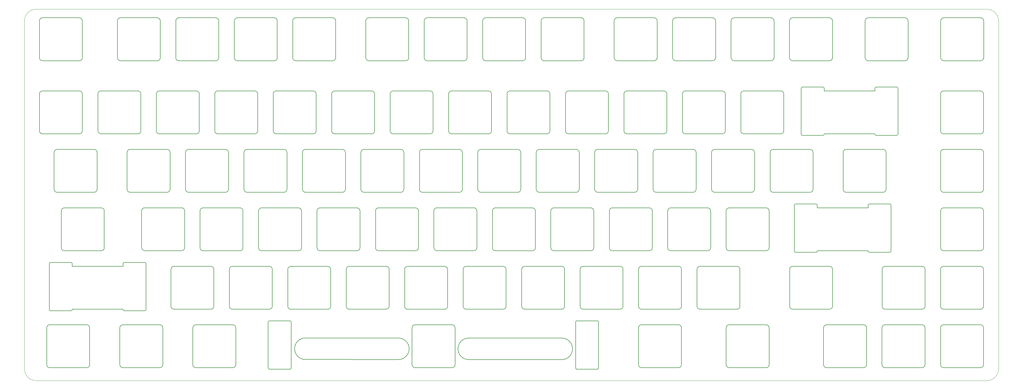
<source format=gbr>
%TF.GenerationSoftware,KiCad,Pcbnew,(5.1.10)-1*%
%TF.CreationDate,2021-06-02T05:44:33-04:00*%
%TF.ProjectId,pi75-plate,70693735-2d70-46c6-9174-652e6b696361,rev?*%
%TF.SameCoordinates,Original*%
%TF.FileFunction,Profile,NP*%
%FSLAX46Y46*%
G04 Gerber Fmt 4.6, Leading zero omitted, Abs format (unit mm)*
G04 Created by KiCad (PCBNEW (5.1.10)-1) date 2021-06-02 05:44:33*
%MOMM*%
%LPD*%
G01*
G04 APERTURE LIST*
%TA.AperFunction,Profile*%
%ADD10C,0.050000*%
%TD*%
%TA.AperFunction,Profile*%
%ADD11C,0.200000*%
%TD*%
G04 APERTURE END LIST*
D10*
X301625000Y-43218100D02*
X301625000Y-156629100D01*
X297815000Y-39408100D02*
X-12052300Y-39408100D01*
X-12052300Y-160439100D02*
G75*
G02*
X-15862300Y-156629100I0J3810000D01*
G01*
X297815000Y-39408100D02*
G75*
G02*
X301625000Y-43218100I0J-3810000D01*
G01*
X301625000Y-156629100D02*
G75*
G02*
X297815000Y-160439100I-3810000J0D01*
G01*
X-15862300Y-43218100D02*
G75*
G02*
X-12052300Y-39408100I3810000J0D01*
G01*
X-15862300Y-43218100D02*
X-15862300Y-156629100D01*
X297815000Y-160439100D02*
X-12052300Y-160439100D01*
D11*
X5405400Y-155227301D02*
G75*
G02*
X4405400Y-156227301I-1000000J0D01*
G01*
X-8594600Y-143227300D02*
G75*
G02*
X-7594600Y-142227300I1000000J0D01*
G01*
X-7594600Y-156227301D02*
G75*
G02*
X-8594600Y-155227301I0J1000000D01*
G01*
X-7594600Y-142227301D02*
X4405400Y-142227301D01*
X-8594600Y-143227300D02*
X-8594600Y-155227301D01*
X-7594600Y-156227300D02*
X4405400Y-156227300D01*
X4405400Y-142227300D02*
G75*
G02*
X5405400Y-143227300I0J-1000000D01*
G01*
X5405400Y-143227300D02*
X5405400Y-155227301D01*
X29230600Y-155227301D02*
G75*
G02*
X28230600Y-156227301I-1000000J0D01*
G01*
X15230600Y-143227300D02*
G75*
G02*
X16230600Y-142227300I1000000J0D01*
G01*
X16230600Y-156227301D02*
G75*
G02*
X15230600Y-155227301I0J1000000D01*
G01*
X16230600Y-142227301D02*
X28230600Y-142227301D01*
X15230600Y-143227300D02*
X15230600Y-155227301D01*
X16230600Y-156227300D02*
X28230600Y-156227300D01*
X28230600Y-142227300D02*
G75*
G02*
X29230600Y-143227300I0J-1000000D01*
G01*
X29230600Y-143227300D02*
X29230600Y-155227301D01*
X53030400Y-155227301D02*
G75*
G02*
X52030400Y-156227301I-1000000J0D01*
G01*
X39030400Y-143227300D02*
G75*
G02*
X40030400Y-142227300I1000000J0D01*
G01*
X40030400Y-156227301D02*
G75*
G02*
X39030400Y-155227301I0J1000000D01*
G01*
X40030400Y-142227301D02*
X52030400Y-142227301D01*
X39030400Y-143227300D02*
X39030400Y-155227301D01*
X40030400Y-156227300D02*
X52030400Y-156227300D01*
X52030400Y-142227300D02*
G75*
G02*
X53030400Y-143227300I0J-1000000D01*
G01*
X53030400Y-143227300D02*
X53030400Y-155227301D01*
X124480600Y-155227301D02*
G75*
G02*
X123480600Y-156227301I-1000000J0D01*
G01*
X110480600Y-143227300D02*
G75*
G02*
X111480600Y-142227300I1000000J0D01*
G01*
X111480600Y-156227301D02*
G75*
G02*
X110480600Y-155227301I0J1000000D01*
G01*
X111480600Y-142227301D02*
X123480600Y-142227301D01*
X110480600Y-143227300D02*
X110480600Y-155227301D01*
X111480600Y-156227300D02*
X123480600Y-156227300D01*
X123480600Y-142227300D02*
G75*
G02*
X124480600Y-143227300I0J-1000000D01*
G01*
X124480600Y-143227300D02*
X124480600Y-155227301D01*
X198267600Y-155227301D02*
G75*
G02*
X197267600Y-156227301I-1000000J0D01*
G01*
X184267600Y-143227300D02*
G75*
G02*
X185267600Y-142227300I1000000J0D01*
G01*
X185267600Y-156227301D02*
G75*
G02*
X184267600Y-155227301I0J1000000D01*
G01*
X185267600Y-142227301D02*
X197267600Y-142227301D01*
X184267600Y-143227300D02*
X184267600Y-155227301D01*
X185267600Y-156227300D02*
X197267600Y-156227300D01*
X197267600Y-142227300D02*
G75*
G02*
X198267600Y-143227300I0J-1000000D01*
G01*
X198267600Y-143227300D02*
X198267600Y-155227301D01*
X226842600Y-155227301D02*
G75*
G02*
X225842600Y-156227301I-1000000J0D01*
G01*
X212842600Y-143227300D02*
G75*
G02*
X213842600Y-142227300I1000000J0D01*
G01*
X213842600Y-156227301D02*
G75*
G02*
X212842600Y-155227301I0J1000000D01*
G01*
X213842600Y-142227301D02*
X225842600Y-142227301D01*
X212842600Y-143227300D02*
X212842600Y-155227301D01*
X213842600Y-156227300D02*
X225842600Y-156227300D01*
X225842600Y-142227300D02*
G75*
G02*
X226842600Y-143227300I0J-1000000D01*
G01*
X226842600Y-143227300D02*
X226842600Y-155227301D01*
X258592600Y-155227301D02*
G75*
G02*
X257592600Y-156227301I-1000000J0D01*
G01*
X244592600Y-143227300D02*
G75*
G02*
X245592600Y-142227300I1000000J0D01*
G01*
X245592600Y-156227301D02*
G75*
G02*
X244592600Y-155227301I0J1000000D01*
G01*
X245592600Y-142227301D02*
X257592600Y-142227301D01*
X244592600Y-143227300D02*
X244592600Y-155227301D01*
X245592600Y-156227300D02*
X257592600Y-156227300D01*
X257592600Y-142227300D02*
G75*
G02*
X258592600Y-143227300I0J-1000000D01*
G01*
X258592600Y-143227300D02*
X258592600Y-155227301D01*
X277642600Y-155227301D02*
G75*
G02*
X276642600Y-156227301I-1000000J0D01*
G01*
X263642600Y-143227300D02*
G75*
G02*
X264642600Y-142227300I1000000J0D01*
G01*
X264642600Y-156227301D02*
G75*
G02*
X263642600Y-155227301I0J1000000D01*
G01*
X264642600Y-142227301D02*
X276642600Y-142227301D01*
X263642600Y-143227300D02*
X263642600Y-155227301D01*
X264642600Y-156227300D02*
X276642600Y-156227300D01*
X276642600Y-142227300D02*
G75*
G02*
X277642600Y-143227300I0J-1000000D01*
G01*
X277642600Y-143227300D02*
X277642600Y-155227301D01*
X296718000Y-155227301D02*
G75*
G02*
X295718000Y-156227301I-1000000J0D01*
G01*
X282718000Y-143227300D02*
G75*
G02*
X283718000Y-142227300I1000000J0D01*
G01*
X283718000Y-156227301D02*
G75*
G02*
X282718000Y-155227301I0J1000000D01*
G01*
X283718000Y-142227301D02*
X295718000Y-142227301D01*
X282718000Y-143227300D02*
X282718000Y-155227301D01*
X283718000Y-156227300D02*
X295718000Y-156227300D01*
X295718000Y-142227300D02*
G75*
G02*
X296718000Y-143227300I0J-1000000D01*
G01*
X296718000Y-143227300D02*
X296718000Y-155227301D01*
X296718000Y-136177301D02*
G75*
G02*
X295718000Y-137177301I-1000000J0D01*
G01*
X282718000Y-124177300D02*
G75*
G02*
X283718000Y-123177300I1000000J0D01*
G01*
X283718000Y-137177301D02*
G75*
G02*
X282718000Y-136177301I0J1000000D01*
G01*
X283718000Y-123177301D02*
X295718000Y-123177301D01*
X282718000Y-124177300D02*
X282718000Y-136177301D01*
X283718000Y-137177300D02*
X295718000Y-137177300D01*
X295718000Y-123177300D02*
G75*
G02*
X296718000Y-124177300I0J-1000000D01*
G01*
X296718000Y-124177300D02*
X296718000Y-136177301D01*
X277668000Y-136177301D02*
G75*
G02*
X276668000Y-137177301I-1000000J0D01*
G01*
X263668000Y-124177300D02*
G75*
G02*
X264668000Y-123177300I1000000J0D01*
G01*
X264668000Y-137177301D02*
G75*
G02*
X263668000Y-136177301I0J1000000D01*
G01*
X264668000Y-123177301D02*
X276668000Y-123177301D01*
X263668000Y-124177300D02*
X263668000Y-136177301D01*
X264668000Y-137177300D02*
X276668000Y-137177300D01*
X276668000Y-123177300D02*
G75*
G02*
X277668000Y-124177300I0J-1000000D01*
G01*
X277668000Y-124177300D02*
X277668000Y-136177301D01*
X247518200Y-136177301D02*
G75*
G02*
X246518200Y-137177301I-1000000J0D01*
G01*
X233518200Y-124177300D02*
G75*
G02*
X234518200Y-123177300I1000000J0D01*
G01*
X234518200Y-137177301D02*
G75*
G02*
X233518200Y-136177301I0J1000000D01*
G01*
X234518200Y-123177301D02*
X246518200Y-123177301D01*
X233518200Y-124177300D02*
X233518200Y-136177301D01*
X234518200Y-137177300D02*
X246518200Y-137177300D01*
X246518200Y-123177300D02*
G75*
G02*
X247518200Y-124177300I0J-1000000D01*
G01*
X247518200Y-124177300D02*
X247518200Y-136177301D01*
X217343000Y-136177301D02*
G75*
G02*
X216343000Y-137177301I-1000000J0D01*
G01*
X203343000Y-124177300D02*
G75*
G02*
X204343000Y-123177300I1000000J0D01*
G01*
X204343000Y-137177301D02*
G75*
G02*
X203343000Y-136177301I0J1000000D01*
G01*
X204343000Y-123177301D02*
X216343000Y-123177301D01*
X203343000Y-124177300D02*
X203343000Y-136177301D01*
X204343000Y-137177300D02*
X216343000Y-137177300D01*
X216343000Y-123177300D02*
G75*
G02*
X217343000Y-124177300I0J-1000000D01*
G01*
X217343000Y-124177300D02*
X217343000Y-136177301D01*
X198293000Y-136177301D02*
G75*
G02*
X197293000Y-137177301I-1000000J0D01*
G01*
X184293000Y-124177300D02*
G75*
G02*
X185293000Y-123177300I1000000J0D01*
G01*
X185293000Y-137177301D02*
G75*
G02*
X184293000Y-136177301I0J1000000D01*
G01*
X185293000Y-123177301D02*
X197293000Y-123177301D01*
X184293000Y-124177300D02*
X184293000Y-136177301D01*
X185293000Y-137177300D02*
X197293000Y-137177300D01*
X197293000Y-123177300D02*
G75*
G02*
X198293000Y-124177300I0J-1000000D01*
G01*
X198293000Y-124177300D02*
X198293000Y-136177301D01*
X179243000Y-136177301D02*
G75*
G02*
X178243000Y-137177301I-1000000J0D01*
G01*
X165243000Y-124177300D02*
G75*
G02*
X166243000Y-123177300I1000000J0D01*
G01*
X166243000Y-137177301D02*
G75*
G02*
X165243000Y-136177301I0J1000000D01*
G01*
X166243000Y-123177301D02*
X178243000Y-123177301D01*
X165243000Y-124177300D02*
X165243000Y-136177301D01*
X166243000Y-137177300D02*
X178243000Y-137177300D01*
X178243000Y-123177300D02*
G75*
G02*
X179243000Y-124177300I0J-1000000D01*
G01*
X179243000Y-124177300D02*
X179243000Y-136177301D01*
X160193000Y-136177301D02*
G75*
G02*
X159193000Y-137177301I-1000000J0D01*
G01*
X146193000Y-124177300D02*
G75*
G02*
X147193000Y-123177300I1000000J0D01*
G01*
X147193000Y-137177301D02*
G75*
G02*
X146193000Y-136177301I0J1000000D01*
G01*
X147193000Y-123177301D02*
X159193000Y-123177301D01*
X146193000Y-124177300D02*
X146193000Y-136177301D01*
X147193000Y-137177300D02*
X159193000Y-137177300D01*
X159193000Y-123177300D02*
G75*
G02*
X160193000Y-124177300I0J-1000000D01*
G01*
X160193000Y-124177300D02*
X160193000Y-136177301D01*
X141117600Y-136177301D02*
G75*
G02*
X140117600Y-137177301I-1000000J0D01*
G01*
X127117600Y-124177300D02*
G75*
G02*
X128117600Y-123177300I1000000J0D01*
G01*
X128117600Y-137177301D02*
G75*
G02*
X127117600Y-136177301I0J1000000D01*
G01*
X128117600Y-123177301D02*
X140117600Y-123177301D01*
X127117600Y-124177300D02*
X127117600Y-136177301D01*
X128117600Y-137177300D02*
X140117600Y-137177300D01*
X140117600Y-123177300D02*
G75*
G02*
X141117600Y-124177300I0J-1000000D01*
G01*
X141117600Y-124177300D02*
X141117600Y-136177301D01*
X103017600Y-136177301D02*
G75*
G02*
X102017600Y-137177301I-1000000J0D01*
G01*
X89017600Y-124177300D02*
G75*
G02*
X90017600Y-123177300I1000000J0D01*
G01*
X90017600Y-137177301D02*
G75*
G02*
X89017600Y-136177301I0J1000000D01*
G01*
X90017600Y-123177301D02*
X102017600Y-123177301D01*
X89017600Y-124177300D02*
X89017600Y-136177301D01*
X90017600Y-137177300D02*
X102017600Y-137177300D01*
X102017600Y-123177300D02*
G75*
G02*
X103017600Y-124177300I0J-1000000D01*
G01*
X103017600Y-124177300D02*
X103017600Y-136177301D01*
X83967600Y-136202701D02*
G75*
G02*
X82967600Y-137202701I-1000000J0D01*
G01*
X69967600Y-124202700D02*
G75*
G02*
X70967600Y-123202700I1000000J0D01*
G01*
X70967600Y-137202701D02*
G75*
G02*
X69967600Y-136202701I0J1000000D01*
G01*
X70967600Y-123202701D02*
X82967600Y-123202701D01*
X69967600Y-124202700D02*
X69967600Y-136202701D01*
X70967600Y-137202700D02*
X82967600Y-137202700D01*
X82967600Y-123202700D02*
G75*
G02*
X83967600Y-124202700I0J-1000000D01*
G01*
X83967600Y-124202700D02*
X83967600Y-136202701D01*
X64917600Y-136177301D02*
G75*
G02*
X63917600Y-137177301I-1000000J0D01*
G01*
X50917600Y-124177300D02*
G75*
G02*
X51917600Y-123177300I1000000J0D01*
G01*
X51917600Y-137177301D02*
G75*
G02*
X50917600Y-136177301I0J1000000D01*
G01*
X51917600Y-123177301D02*
X63917600Y-123177301D01*
X50917600Y-124177300D02*
X50917600Y-136177301D01*
X51917600Y-137177300D02*
X63917600Y-137177300D01*
X63917600Y-123177300D02*
G75*
G02*
X64917600Y-124177300I0J-1000000D01*
G01*
X64917600Y-124177300D02*
X64917600Y-136177301D01*
X45893000Y-136177301D02*
G75*
G02*
X44893000Y-137177301I-1000000J0D01*
G01*
X31893000Y-124177300D02*
G75*
G02*
X32893000Y-123177300I1000000J0D01*
G01*
X32893000Y-137177301D02*
G75*
G02*
X31893000Y-136177301I0J1000000D01*
G01*
X32893000Y-123177301D02*
X44893000Y-123177301D01*
X31893000Y-124177300D02*
X31893000Y-136177301D01*
X32893000Y-137177300D02*
X44893000Y-137177300D01*
X44893000Y-123177300D02*
G75*
G02*
X45893000Y-124177300I0J-1000000D01*
G01*
X45893000Y-124177300D02*
X45893000Y-136177301D01*
X10155200Y-117127301D02*
G75*
G02*
X9155200Y-118127301I-1000000J0D01*
G01*
X-3844800Y-105127300D02*
G75*
G02*
X-2844800Y-104127300I1000000J0D01*
G01*
X-2844800Y-118127301D02*
G75*
G02*
X-3844800Y-117127301I0J1000000D01*
G01*
X-2844800Y-104127301D02*
X9155200Y-104127301D01*
X-3844800Y-105127300D02*
X-3844800Y-117127301D01*
X-2844800Y-118127300D02*
X9155200Y-118127300D01*
X9155200Y-104127300D02*
G75*
G02*
X10155200Y-105127300I0J-1000000D01*
G01*
X10155200Y-105127300D02*
X10155200Y-117127301D01*
X36342600Y-117101901D02*
G75*
G02*
X35342600Y-118101901I-1000000J0D01*
G01*
X22342600Y-105101900D02*
G75*
G02*
X23342600Y-104101900I1000000J0D01*
G01*
X23342600Y-118101901D02*
G75*
G02*
X22342600Y-117101901I0J1000000D01*
G01*
X23342600Y-104101901D02*
X35342600Y-104101901D01*
X22342600Y-105101900D02*
X22342600Y-117101901D01*
X23342600Y-118101900D02*
X35342600Y-118101900D01*
X35342600Y-104101900D02*
G75*
G02*
X36342600Y-105101900I0J-1000000D01*
G01*
X36342600Y-105101900D02*
X36342600Y-117101901D01*
X55367200Y-117127301D02*
G75*
G02*
X54367200Y-118127301I-1000000J0D01*
G01*
X41367200Y-105127300D02*
G75*
G02*
X42367200Y-104127300I1000000J0D01*
G01*
X42367200Y-118127301D02*
G75*
G02*
X41367200Y-117127301I0J1000000D01*
G01*
X42367200Y-104127301D02*
X54367200Y-104127301D01*
X41367200Y-105127300D02*
X41367200Y-117127301D01*
X42367200Y-118127300D02*
X54367200Y-118127300D01*
X54367200Y-104127300D02*
G75*
G02*
X55367200Y-105127300I0J-1000000D01*
G01*
X55367200Y-105127300D02*
X55367200Y-117127301D01*
X74442600Y-117127301D02*
G75*
G02*
X73442600Y-118127301I-1000000J0D01*
G01*
X60442600Y-105127300D02*
G75*
G02*
X61442600Y-104127300I1000000J0D01*
G01*
X61442600Y-118127301D02*
G75*
G02*
X60442600Y-117127301I0J1000000D01*
G01*
X61442600Y-104127301D02*
X73442600Y-104127301D01*
X60442600Y-105127300D02*
X60442600Y-117127301D01*
X61442600Y-118127300D02*
X73442600Y-118127300D01*
X73442600Y-104127300D02*
G75*
G02*
X74442600Y-105127300I0J-1000000D01*
G01*
X74442600Y-105127300D02*
X74442600Y-117127301D01*
X93492600Y-117127301D02*
G75*
G02*
X92492600Y-118127301I-1000000J0D01*
G01*
X79492600Y-105127300D02*
G75*
G02*
X80492600Y-104127300I1000000J0D01*
G01*
X80492600Y-118127301D02*
G75*
G02*
X79492600Y-117127301I0J1000000D01*
G01*
X80492600Y-104127301D02*
X92492600Y-104127301D01*
X79492600Y-105127300D02*
X79492600Y-117127301D01*
X80492600Y-118127300D02*
X92492600Y-118127300D01*
X92492600Y-104127300D02*
G75*
G02*
X93492600Y-105127300I0J-1000000D01*
G01*
X93492600Y-105127300D02*
X93492600Y-117127301D01*
X112568000Y-117127301D02*
G75*
G02*
X111568000Y-118127301I-1000000J0D01*
G01*
X98568000Y-105127300D02*
G75*
G02*
X99568000Y-104127300I1000000J0D01*
G01*
X99568000Y-118127301D02*
G75*
G02*
X98568000Y-117127301I0J1000000D01*
G01*
X99568000Y-104127301D02*
X111568000Y-104127301D01*
X98568000Y-105127300D02*
X98568000Y-117127301D01*
X99568000Y-118127300D02*
X111568000Y-118127300D01*
X111568000Y-104127300D02*
G75*
G02*
X112568000Y-105127300I0J-1000000D01*
G01*
X112568000Y-105127300D02*
X112568000Y-117127301D01*
X131592600Y-117101901D02*
G75*
G02*
X130592600Y-118101901I-1000000J0D01*
G01*
X117592600Y-105101900D02*
G75*
G02*
X118592600Y-104101900I1000000J0D01*
G01*
X118592600Y-118101901D02*
G75*
G02*
X117592600Y-117101901I0J1000000D01*
G01*
X118592600Y-104101901D02*
X130592600Y-104101901D01*
X117592600Y-105101900D02*
X117592600Y-117101901D01*
X118592600Y-118101900D02*
X130592600Y-118101900D01*
X130592600Y-104101900D02*
G75*
G02*
X131592600Y-105101900I0J-1000000D01*
G01*
X131592600Y-105101900D02*
X131592600Y-117101901D01*
X150668000Y-117127301D02*
G75*
G02*
X149668000Y-118127301I-1000000J0D01*
G01*
X136668000Y-105127300D02*
G75*
G02*
X137668000Y-104127300I1000000J0D01*
G01*
X137668000Y-118127301D02*
G75*
G02*
X136668000Y-117127301I0J1000000D01*
G01*
X137668000Y-104127301D02*
X149668000Y-104127301D01*
X136668000Y-105127300D02*
X136668000Y-117127301D01*
X137668000Y-118127300D02*
X149668000Y-118127300D01*
X149668000Y-104127300D02*
G75*
G02*
X150668000Y-105127300I0J-1000000D01*
G01*
X150668000Y-105127300D02*
X150668000Y-117127301D01*
X169692600Y-117127301D02*
G75*
G02*
X168692600Y-118127301I-1000000J0D01*
G01*
X155692600Y-105127300D02*
G75*
G02*
X156692600Y-104127300I1000000J0D01*
G01*
X156692600Y-118127301D02*
G75*
G02*
X155692600Y-117127301I0J1000000D01*
G01*
X156692600Y-104127301D02*
X168692600Y-104127301D01*
X155692600Y-105127300D02*
X155692600Y-117127301D01*
X156692600Y-118127300D02*
X168692600Y-118127300D01*
X168692600Y-104127300D02*
G75*
G02*
X169692600Y-105127300I0J-1000000D01*
G01*
X169692600Y-105127300D02*
X169692600Y-117127301D01*
X188768000Y-117127301D02*
G75*
G02*
X187768000Y-118127301I-1000000J0D01*
G01*
X174768000Y-105127300D02*
G75*
G02*
X175768000Y-104127300I1000000J0D01*
G01*
X175768000Y-118127301D02*
G75*
G02*
X174768000Y-117127301I0J1000000D01*
G01*
X175768000Y-104127301D02*
X187768000Y-104127301D01*
X174768000Y-105127300D02*
X174768000Y-117127301D01*
X175768000Y-118127300D02*
X187768000Y-118127300D01*
X187768000Y-104127300D02*
G75*
G02*
X188768000Y-105127300I0J-1000000D01*
G01*
X188768000Y-105127300D02*
X188768000Y-117127301D01*
X207792600Y-117127301D02*
G75*
G02*
X206792600Y-118127301I-1000000J0D01*
G01*
X193792600Y-105127300D02*
G75*
G02*
X194792600Y-104127300I1000000J0D01*
G01*
X194792600Y-118127301D02*
G75*
G02*
X193792600Y-117127301I0J1000000D01*
G01*
X194792600Y-104127301D02*
X206792600Y-104127301D01*
X193792600Y-105127300D02*
X193792600Y-117127301D01*
X194792600Y-118127300D02*
X206792600Y-118127300D01*
X206792600Y-104127300D02*
G75*
G02*
X207792600Y-105127300I0J-1000000D01*
G01*
X207792600Y-105127300D02*
X207792600Y-117127301D01*
X226842600Y-117127301D02*
G75*
G02*
X225842600Y-118127301I-1000000J0D01*
G01*
X212842600Y-105127300D02*
G75*
G02*
X213842600Y-104127300I1000000J0D01*
G01*
X213842600Y-118127301D02*
G75*
G02*
X212842600Y-117127301I0J1000000D01*
G01*
X213842600Y-104127301D02*
X225842600Y-104127301D01*
X212842600Y-105127300D02*
X212842600Y-117127301D01*
X213842600Y-118127300D02*
X225842600Y-118127300D01*
X225842600Y-104127300D02*
G75*
G02*
X226842600Y-105127300I0J-1000000D01*
G01*
X226842600Y-105127300D02*
X226842600Y-117127301D01*
X296743400Y-117127301D02*
G75*
G02*
X295743400Y-118127301I-1000000J0D01*
G01*
X282743400Y-105127300D02*
G75*
G02*
X283743400Y-104127300I1000000J0D01*
G01*
X283743400Y-118127301D02*
G75*
G02*
X282743400Y-117127301I0J1000000D01*
G01*
X283743400Y-104127301D02*
X295743400Y-104127301D01*
X282743400Y-105127300D02*
X282743400Y-117127301D01*
X283743400Y-118127300D02*
X295743400Y-118127300D01*
X295743400Y-104127300D02*
G75*
G02*
X296743400Y-105127300I0J-1000000D01*
G01*
X296743400Y-105127300D02*
X296743400Y-117127301D01*
X296718000Y-98077301D02*
G75*
G02*
X295718000Y-99077301I-1000000J0D01*
G01*
X282718000Y-86077300D02*
G75*
G02*
X283718000Y-85077300I1000000J0D01*
G01*
X283718000Y-99077301D02*
G75*
G02*
X282718000Y-98077301I0J1000000D01*
G01*
X283718000Y-85077301D02*
X295718000Y-85077301D01*
X282718000Y-86077300D02*
X282718000Y-98077301D01*
X283718000Y-99077300D02*
X295718000Y-99077300D01*
X295718000Y-85077300D02*
G75*
G02*
X296718000Y-86077300I0J-1000000D01*
G01*
X296718000Y-86077300D02*
X296718000Y-98077301D01*
X264968000Y-98077301D02*
G75*
G02*
X263968000Y-99077301I-1000000J0D01*
G01*
X250968000Y-86077300D02*
G75*
G02*
X251968000Y-85077300I1000000J0D01*
G01*
X251968000Y-99077301D02*
G75*
G02*
X250968000Y-98077301I0J1000000D01*
G01*
X251968000Y-85077301D02*
X263968000Y-85077301D01*
X250968000Y-86077300D02*
X250968000Y-98077301D01*
X251968000Y-99077300D02*
X263968000Y-99077300D01*
X263968000Y-85077300D02*
G75*
G02*
X264968000Y-86077300I0J-1000000D01*
G01*
X264968000Y-86077300D02*
X264968000Y-98077301D01*
X241168200Y-98077301D02*
G75*
G02*
X240168200Y-99077301I-1000000J0D01*
G01*
X227168200Y-86077300D02*
G75*
G02*
X228168200Y-85077300I1000000J0D01*
G01*
X228168200Y-99077301D02*
G75*
G02*
X227168200Y-98077301I0J1000000D01*
G01*
X228168200Y-85077301D02*
X240168200Y-85077301D01*
X227168200Y-86077300D02*
X227168200Y-98077301D01*
X228168200Y-99077300D02*
X240168200Y-99077300D01*
X240168200Y-85077300D02*
G75*
G02*
X241168200Y-86077300I0J-1000000D01*
G01*
X241168200Y-86077300D02*
X241168200Y-98077301D01*
X222092800Y-98077301D02*
G75*
G02*
X221092800Y-99077301I-1000000J0D01*
G01*
X208092800Y-86077300D02*
G75*
G02*
X209092800Y-85077300I1000000J0D01*
G01*
X209092800Y-99077301D02*
G75*
G02*
X208092800Y-98077301I0J1000000D01*
G01*
X209092800Y-85077301D02*
X221092800Y-85077301D01*
X208092800Y-86077300D02*
X208092800Y-98077301D01*
X209092800Y-99077300D02*
X221092800Y-99077300D01*
X221092800Y-85077300D02*
G75*
G02*
X222092800Y-86077300I0J-1000000D01*
G01*
X222092800Y-86077300D02*
X222092800Y-98077301D01*
X203042800Y-98077301D02*
G75*
G02*
X202042800Y-99077301I-1000000J0D01*
G01*
X189042800Y-86077300D02*
G75*
G02*
X190042800Y-85077300I1000000J0D01*
G01*
X190042800Y-99077301D02*
G75*
G02*
X189042800Y-98077301I0J1000000D01*
G01*
X190042800Y-85077301D02*
X202042800Y-85077301D01*
X189042800Y-86077300D02*
X189042800Y-98077301D01*
X190042800Y-99077300D02*
X202042800Y-99077300D01*
X202042800Y-85077300D02*
G75*
G02*
X203042800Y-86077300I0J-1000000D01*
G01*
X203042800Y-86077300D02*
X203042800Y-98077301D01*
X183992800Y-98077301D02*
G75*
G02*
X182992800Y-99077301I-1000000J0D01*
G01*
X169992800Y-86077300D02*
G75*
G02*
X170992800Y-85077300I1000000J0D01*
G01*
X170992800Y-99077301D02*
G75*
G02*
X169992800Y-98077301I0J1000000D01*
G01*
X170992800Y-85077301D02*
X182992800Y-85077301D01*
X169992800Y-86077300D02*
X169992800Y-98077301D01*
X170992800Y-99077300D02*
X182992800Y-99077300D01*
X182992800Y-85077300D02*
G75*
G02*
X183992800Y-86077300I0J-1000000D01*
G01*
X183992800Y-86077300D02*
X183992800Y-98077301D01*
X164942800Y-98077301D02*
G75*
G02*
X163942800Y-99077301I-1000000J0D01*
G01*
X150942800Y-86077300D02*
G75*
G02*
X151942800Y-85077300I1000000J0D01*
G01*
X151942800Y-99077301D02*
G75*
G02*
X150942800Y-98077301I0J1000000D01*
G01*
X151942800Y-85077301D02*
X163942800Y-85077301D01*
X150942800Y-86077300D02*
X150942800Y-98077301D01*
X151942800Y-99077300D02*
X163942800Y-99077300D01*
X163942800Y-85077300D02*
G75*
G02*
X164942800Y-86077300I0J-1000000D01*
G01*
X164942800Y-86077300D02*
X164942800Y-98077301D01*
X145892800Y-98077301D02*
G75*
G02*
X144892800Y-99077301I-1000000J0D01*
G01*
X131892800Y-86077300D02*
G75*
G02*
X132892800Y-85077300I1000000J0D01*
G01*
X132892800Y-99077301D02*
G75*
G02*
X131892800Y-98077301I0J1000000D01*
G01*
X132892800Y-85077301D02*
X144892800Y-85077301D01*
X131892800Y-86077300D02*
X131892800Y-98077301D01*
X132892800Y-99077300D02*
X144892800Y-99077300D01*
X144892800Y-85077300D02*
G75*
G02*
X145892800Y-86077300I0J-1000000D01*
G01*
X145892800Y-86077300D02*
X145892800Y-98077301D01*
X126868200Y-98077301D02*
G75*
G02*
X125868200Y-99077301I-1000000J0D01*
G01*
X112868200Y-86077300D02*
G75*
G02*
X113868200Y-85077300I1000000J0D01*
G01*
X113868200Y-99077301D02*
G75*
G02*
X112868200Y-98077301I0J1000000D01*
G01*
X113868200Y-85077301D02*
X125868200Y-85077301D01*
X112868200Y-86077300D02*
X112868200Y-98077301D01*
X113868200Y-99077300D02*
X125868200Y-99077300D01*
X125868200Y-85077300D02*
G75*
G02*
X126868200Y-86077300I0J-1000000D01*
G01*
X126868200Y-86077300D02*
X126868200Y-98077301D01*
X107792800Y-98077301D02*
G75*
G02*
X106792800Y-99077301I-1000000J0D01*
G01*
X93792800Y-86077300D02*
G75*
G02*
X94792800Y-85077300I1000000J0D01*
G01*
X94792800Y-99077301D02*
G75*
G02*
X93792800Y-98077301I0J1000000D01*
G01*
X94792800Y-85077301D02*
X106792800Y-85077301D01*
X93792800Y-86077300D02*
X93792800Y-98077301D01*
X94792800Y-99077300D02*
X106792800Y-99077300D01*
X106792800Y-85077300D02*
G75*
G02*
X107792800Y-86077300I0J-1000000D01*
G01*
X107792800Y-86077300D02*
X107792800Y-98077301D01*
X88742800Y-98077301D02*
G75*
G02*
X87742800Y-99077301I-1000000J0D01*
G01*
X74742800Y-86077300D02*
G75*
G02*
X75742800Y-85077300I1000000J0D01*
G01*
X75742800Y-99077301D02*
G75*
G02*
X74742800Y-98077301I0J1000000D01*
G01*
X75742800Y-85077301D02*
X87742800Y-85077301D01*
X74742800Y-86077300D02*
X74742800Y-98077301D01*
X75742800Y-99077300D02*
X87742800Y-99077300D01*
X87742800Y-85077300D02*
G75*
G02*
X88742800Y-86077300I0J-1000000D01*
G01*
X88742800Y-86077300D02*
X88742800Y-98077301D01*
X69692800Y-98077301D02*
G75*
G02*
X68692800Y-99077301I-1000000J0D01*
G01*
X55692800Y-86077300D02*
G75*
G02*
X56692800Y-85077300I1000000J0D01*
G01*
X56692800Y-99077301D02*
G75*
G02*
X55692800Y-98077301I0J1000000D01*
G01*
X56692800Y-85077301D02*
X68692800Y-85077301D01*
X55692800Y-86077300D02*
X55692800Y-98077301D01*
X56692800Y-99077300D02*
X68692800Y-99077300D01*
X68692800Y-85077300D02*
G75*
G02*
X69692800Y-86077300I0J-1000000D01*
G01*
X69692800Y-86077300D02*
X69692800Y-98077301D01*
X50642800Y-98077301D02*
G75*
G02*
X49642800Y-99077301I-1000000J0D01*
G01*
X36642800Y-86077300D02*
G75*
G02*
X37642800Y-85077300I1000000J0D01*
G01*
X37642800Y-99077301D02*
G75*
G02*
X36642800Y-98077301I0J1000000D01*
G01*
X37642800Y-85077301D02*
X49642800Y-85077301D01*
X36642800Y-86077300D02*
X36642800Y-98077301D01*
X37642800Y-99077300D02*
X49642800Y-99077300D01*
X49642800Y-85077300D02*
G75*
G02*
X50642800Y-86077300I0J-1000000D01*
G01*
X50642800Y-86077300D02*
X50642800Y-98077301D01*
X31592800Y-98077301D02*
G75*
G02*
X30592800Y-99077301I-1000000J0D01*
G01*
X17592800Y-86077300D02*
G75*
G02*
X18592800Y-85077300I1000000J0D01*
G01*
X18592800Y-99077301D02*
G75*
G02*
X17592800Y-98077301I0J1000000D01*
G01*
X18592800Y-85077301D02*
X30592800Y-85077301D01*
X17592800Y-86077300D02*
X17592800Y-98077301D01*
X18592800Y-99077300D02*
X30592800Y-99077300D01*
X30592800Y-85077300D02*
G75*
G02*
X31592800Y-86077300I0J-1000000D01*
G01*
X31592800Y-86077300D02*
X31592800Y-98077301D01*
X7818400Y-98077301D02*
G75*
G02*
X6818400Y-99077301I-1000000J0D01*
G01*
X-6181600Y-86077300D02*
G75*
G02*
X-5181600Y-85077300I1000000J0D01*
G01*
X-5181600Y-99077301D02*
G75*
G02*
X-6181600Y-98077301I0J1000000D01*
G01*
X-5181600Y-85077301D02*
X6818400Y-85077301D01*
X-6181600Y-86077300D02*
X-6181600Y-98077301D01*
X-5181600Y-99077300D02*
X6818400Y-99077300D01*
X6818400Y-85077300D02*
G75*
G02*
X7818400Y-86077300I0J-1000000D01*
G01*
X7818400Y-86077300D02*
X7818400Y-98077301D01*
X3017800Y-79027301D02*
G75*
G02*
X2017800Y-80027301I-1000000J0D01*
G01*
X-10982200Y-67027300D02*
G75*
G02*
X-9982200Y-66027300I1000000J0D01*
G01*
X-9982200Y-80027301D02*
G75*
G02*
X-10982200Y-79027301I0J1000000D01*
G01*
X-9982200Y-66027301D02*
X2017800Y-66027301D01*
X-10982200Y-67027300D02*
X-10982200Y-79027301D01*
X-9982200Y-80027300D02*
X2017800Y-80027300D01*
X2017800Y-66027300D02*
G75*
G02*
X3017800Y-67027300I0J-1000000D01*
G01*
X3017800Y-67027300D02*
X3017800Y-79027301D01*
X22093200Y-79027301D02*
G75*
G02*
X21093200Y-80027301I-1000000J0D01*
G01*
X8093200Y-67027300D02*
G75*
G02*
X9093200Y-66027300I1000000J0D01*
G01*
X9093200Y-80027301D02*
G75*
G02*
X8093200Y-79027301I0J1000000D01*
G01*
X9093200Y-66027301D02*
X21093200Y-66027301D01*
X8093200Y-67027300D02*
X8093200Y-79027301D01*
X9093200Y-80027300D02*
X21093200Y-80027300D01*
X21093200Y-66027300D02*
G75*
G02*
X22093200Y-67027300I0J-1000000D01*
G01*
X22093200Y-67027300D02*
X22093200Y-79027301D01*
X41143200Y-79027301D02*
G75*
G02*
X40143200Y-80027301I-1000000J0D01*
G01*
X27143200Y-67027300D02*
G75*
G02*
X28143200Y-66027300I1000000J0D01*
G01*
X28143200Y-80027301D02*
G75*
G02*
X27143200Y-79027301I0J1000000D01*
G01*
X28143200Y-66027301D02*
X40143200Y-66027301D01*
X27143200Y-67027300D02*
X27143200Y-79027301D01*
X28143200Y-80027300D02*
X40143200Y-80027300D01*
X40143200Y-66027300D02*
G75*
G02*
X41143200Y-67027300I0J-1000000D01*
G01*
X41143200Y-67027300D02*
X41143200Y-79027301D01*
X60167800Y-79027301D02*
G75*
G02*
X59167800Y-80027301I-1000000J0D01*
G01*
X46167800Y-67027300D02*
G75*
G02*
X47167800Y-66027300I1000000J0D01*
G01*
X47167800Y-80027301D02*
G75*
G02*
X46167800Y-79027301I0J1000000D01*
G01*
X47167800Y-66027301D02*
X59167800Y-66027301D01*
X46167800Y-67027300D02*
X46167800Y-79027301D01*
X47167800Y-80027300D02*
X59167800Y-80027300D01*
X59167800Y-66027300D02*
G75*
G02*
X60167800Y-67027300I0J-1000000D01*
G01*
X60167800Y-67027300D02*
X60167800Y-79027301D01*
X79217800Y-79027301D02*
G75*
G02*
X78217800Y-80027301I-1000000J0D01*
G01*
X65217800Y-67027300D02*
G75*
G02*
X66217800Y-66027300I1000000J0D01*
G01*
X66217800Y-80027301D02*
G75*
G02*
X65217800Y-79027301I0J1000000D01*
G01*
X66217800Y-66027301D02*
X78217800Y-66027301D01*
X65217800Y-67027300D02*
X65217800Y-79027301D01*
X66217800Y-80027300D02*
X78217800Y-80027300D01*
X78217800Y-66027300D02*
G75*
G02*
X79217800Y-67027300I0J-1000000D01*
G01*
X79217800Y-67027300D02*
X79217800Y-79027301D01*
X98267800Y-79027301D02*
G75*
G02*
X97267800Y-80027301I-1000000J0D01*
G01*
X84267800Y-67027300D02*
G75*
G02*
X85267800Y-66027300I1000000J0D01*
G01*
X85267800Y-80027301D02*
G75*
G02*
X84267800Y-79027301I0J1000000D01*
G01*
X85267800Y-66027301D02*
X97267800Y-66027301D01*
X84267800Y-67027300D02*
X84267800Y-79027301D01*
X85267800Y-80027300D02*
X97267800Y-80027300D01*
X97267800Y-66027300D02*
G75*
G02*
X98267800Y-67027300I0J-1000000D01*
G01*
X98267800Y-67027300D02*
X98267800Y-79027301D01*
X117317800Y-79027301D02*
G75*
G02*
X116317800Y-80027301I-1000000J0D01*
G01*
X103317800Y-67027300D02*
G75*
G02*
X104317800Y-66027300I1000000J0D01*
G01*
X104317800Y-80027301D02*
G75*
G02*
X103317800Y-79027301I0J1000000D01*
G01*
X104317800Y-66027301D02*
X116317800Y-66027301D01*
X103317800Y-67027300D02*
X103317800Y-79027301D01*
X104317800Y-80027300D02*
X116317800Y-80027300D01*
X116317800Y-66027300D02*
G75*
G02*
X117317800Y-67027300I0J-1000000D01*
G01*
X117317800Y-67027300D02*
X117317800Y-79027301D01*
X136367800Y-79027301D02*
G75*
G02*
X135367800Y-80027301I-1000000J0D01*
G01*
X122367800Y-67027300D02*
G75*
G02*
X123367800Y-66027300I1000000J0D01*
G01*
X123367800Y-80027301D02*
G75*
G02*
X122367800Y-79027301I0J1000000D01*
G01*
X123367800Y-66027301D02*
X135367800Y-66027301D01*
X122367800Y-67027300D02*
X122367800Y-79027301D01*
X123367800Y-80027300D02*
X135367800Y-80027300D01*
X135367800Y-66027300D02*
G75*
G02*
X136367800Y-67027300I0J-1000000D01*
G01*
X136367800Y-67027300D02*
X136367800Y-79027301D01*
X155417800Y-79027301D02*
G75*
G02*
X154417800Y-80027301I-1000000J0D01*
G01*
X141417800Y-67027300D02*
G75*
G02*
X142417800Y-66027300I1000000J0D01*
G01*
X142417800Y-80027301D02*
G75*
G02*
X141417800Y-79027301I0J1000000D01*
G01*
X142417800Y-66027301D02*
X154417800Y-66027301D01*
X141417800Y-67027300D02*
X141417800Y-79027301D01*
X142417800Y-80027300D02*
X154417800Y-80027300D01*
X154417800Y-66027300D02*
G75*
G02*
X155417800Y-67027300I0J-1000000D01*
G01*
X155417800Y-67027300D02*
X155417800Y-79027301D01*
X174467800Y-79027301D02*
G75*
G02*
X173467800Y-80027301I-1000000J0D01*
G01*
X160467800Y-67027300D02*
G75*
G02*
X161467800Y-66027300I1000000J0D01*
G01*
X161467800Y-80027301D02*
G75*
G02*
X160467800Y-79027301I0J1000000D01*
G01*
X161467800Y-66027301D02*
X173467800Y-66027301D01*
X160467800Y-67027300D02*
X160467800Y-79027301D01*
X161467800Y-80027300D02*
X173467800Y-80027300D01*
X173467800Y-66027300D02*
G75*
G02*
X174467800Y-67027300I0J-1000000D01*
G01*
X174467800Y-67027300D02*
X174467800Y-79027301D01*
X193517800Y-79027301D02*
G75*
G02*
X192517800Y-80027301I-1000000J0D01*
G01*
X179517800Y-67027300D02*
G75*
G02*
X180517800Y-66027300I1000000J0D01*
G01*
X180517800Y-80027301D02*
G75*
G02*
X179517800Y-79027301I0J1000000D01*
G01*
X180517800Y-66027301D02*
X192517800Y-66027301D01*
X179517800Y-67027300D02*
X179517800Y-79027301D01*
X180517800Y-80027300D02*
X192517800Y-80027300D01*
X192517800Y-66027300D02*
G75*
G02*
X193517800Y-67027300I0J-1000000D01*
G01*
X193517800Y-67027300D02*
X193517800Y-79027301D01*
X212567800Y-79027301D02*
G75*
G02*
X211567800Y-80027301I-1000000J0D01*
G01*
X198567800Y-67027300D02*
G75*
G02*
X199567800Y-66027300I1000000J0D01*
G01*
X199567800Y-80027301D02*
G75*
G02*
X198567800Y-79027301I0J1000000D01*
G01*
X199567800Y-66027301D02*
X211567800Y-66027301D01*
X198567800Y-67027300D02*
X198567800Y-79027301D01*
X199567800Y-80027300D02*
X211567800Y-80027300D01*
X211567800Y-66027300D02*
G75*
G02*
X212567800Y-67027300I0J-1000000D01*
G01*
X212567800Y-67027300D02*
X212567800Y-79027301D01*
X231617800Y-79027301D02*
G75*
G02*
X230617800Y-80027301I-1000000J0D01*
G01*
X217617800Y-67027300D02*
G75*
G02*
X218617800Y-66027300I1000000J0D01*
G01*
X218617800Y-80027301D02*
G75*
G02*
X217617800Y-79027301I0J1000000D01*
G01*
X218617800Y-66027301D02*
X230617800Y-66027301D01*
X217617800Y-67027300D02*
X217617800Y-79027301D01*
X218617800Y-80027300D02*
X230617800Y-80027300D01*
X230617800Y-66027300D02*
G75*
G02*
X231617800Y-67027300I0J-1000000D01*
G01*
X231617800Y-67027300D02*
X231617800Y-79027301D01*
X296718000Y-79027301D02*
G75*
G02*
X295718000Y-80027301I-1000000J0D01*
G01*
X282718000Y-67027300D02*
G75*
G02*
X283718000Y-66027300I1000000J0D01*
G01*
X283718000Y-80027301D02*
G75*
G02*
X282718000Y-79027301I0J1000000D01*
G01*
X283718000Y-66027301D02*
X295718000Y-66027301D01*
X282718000Y-67027300D02*
X282718000Y-79027301D01*
X283718000Y-80027300D02*
X295718000Y-80027300D01*
X295718000Y-66027300D02*
G75*
G02*
X296718000Y-67027300I0J-1000000D01*
G01*
X296718000Y-67027300D02*
X296718000Y-79027301D01*
X296768800Y-55202101D02*
G75*
G02*
X295768800Y-56202101I-1000000J0D01*
G01*
X282768800Y-43202100D02*
G75*
G02*
X283768800Y-42202100I1000000J0D01*
G01*
X283768800Y-56202101D02*
G75*
G02*
X282768800Y-55202101I0J1000000D01*
G01*
X283768800Y-42202101D02*
X295768800Y-42202101D01*
X282768800Y-43202100D02*
X282768800Y-55202101D01*
X283768800Y-56202100D02*
X295768800Y-56202100D01*
X295768800Y-42202100D02*
G75*
G02*
X296768800Y-43202100I0J-1000000D01*
G01*
X296768800Y-43202100D02*
X296768800Y-55202101D01*
X272130800Y-55202101D02*
G75*
G02*
X271130800Y-56202101I-1000000J0D01*
G01*
X258130800Y-43202100D02*
G75*
G02*
X259130800Y-42202100I1000000J0D01*
G01*
X259130800Y-56202101D02*
G75*
G02*
X258130800Y-55202101I0J1000000D01*
G01*
X259130800Y-42202101D02*
X271130800Y-42202101D01*
X258130800Y-43202100D02*
X258130800Y-55202101D01*
X259130800Y-56202100D02*
X271130800Y-56202100D01*
X271130800Y-42202100D02*
G75*
G02*
X272130800Y-43202100I0J-1000000D01*
G01*
X272130800Y-43202100D02*
X272130800Y-55202101D01*
X247492800Y-55202101D02*
G75*
G02*
X246492800Y-56202101I-1000000J0D01*
G01*
X233492800Y-43202100D02*
G75*
G02*
X234492800Y-42202100I1000000J0D01*
G01*
X234492800Y-56202101D02*
G75*
G02*
X233492800Y-55202101I0J1000000D01*
G01*
X234492800Y-42202101D02*
X246492800Y-42202101D01*
X233492800Y-43202100D02*
X233492800Y-55202101D01*
X234492800Y-56202100D02*
X246492800Y-56202100D01*
X246492800Y-42202100D02*
G75*
G02*
X247492800Y-43202100I0J-1000000D01*
G01*
X247492800Y-43202100D02*
X247492800Y-55202101D01*
X228442800Y-55202101D02*
G75*
G02*
X227442800Y-56202101I-1000000J0D01*
G01*
X214442800Y-43202100D02*
G75*
G02*
X215442800Y-42202100I1000000J0D01*
G01*
X215442800Y-56202101D02*
G75*
G02*
X214442800Y-55202101I0J1000000D01*
G01*
X215442800Y-42202101D02*
X227442800Y-42202101D01*
X214442800Y-43202100D02*
X214442800Y-55202101D01*
X215442800Y-56202100D02*
X227442800Y-56202100D01*
X227442800Y-42202100D02*
G75*
G02*
X228442800Y-43202100I0J-1000000D01*
G01*
X228442800Y-43202100D02*
X228442800Y-55202101D01*
X209392800Y-55202101D02*
G75*
G02*
X208392800Y-56202101I-1000000J0D01*
G01*
X195392800Y-43202100D02*
G75*
G02*
X196392800Y-42202100I1000000J0D01*
G01*
X196392800Y-56202101D02*
G75*
G02*
X195392800Y-55202101I0J1000000D01*
G01*
X196392800Y-42202101D02*
X208392800Y-42202101D01*
X195392800Y-43202100D02*
X195392800Y-55202101D01*
X196392800Y-56202100D02*
X208392800Y-56202100D01*
X208392800Y-42202100D02*
G75*
G02*
X209392800Y-43202100I0J-1000000D01*
G01*
X209392800Y-43202100D02*
X209392800Y-55202101D01*
X190342800Y-55202101D02*
G75*
G02*
X189342800Y-56202101I-1000000J0D01*
G01*
X176342800Y-43202100D02*
G75*
G02*
X177342800Y-42202100I1000000J0D01*
G01*
X177342800Y-56202101D02*
G75*
G02*
X176342800Y-55202101I0J1000000D01*
G01*
X177342800Y-42202101D02*
X189342800Y-42202101D01*
X176342800Y-43202100D02*
X176342800Y-55202101D01*
X177342800Y-56202100D02*
X189342800Y-56202100D01*
X189342800Y-42202100D02*
G75*
G02*
X190342800Y-43202100I0J-1000000D01*
G01*
X190342800Y-43202100D02*
X190342800Y-55202101D01*
X166543000Y-55202101D02*
G75*
G02*
X165543000Y-56202101I-1000000J0D01*
G01*
X152543000Y-43202100D02*
G75*
G02*
X153543000Y-42202100I1000000J0D01*
G01*
X153543000Y-56202101D02*
G75*
G02*
X152543000Y-55202101I0J1000000D01*
G01*
X153543000Y-42202101D02*
X165543000Y-42202101D01*
X152543000Y-43202100D02*
X152543000Y-55202101D01*
X153543000Y-56202100D02*
X165543000Y-56202100D01*
X165543000Y-42202100D02*
G75*
G02*
X166543000Y-43202100I0J-1000000D01*
G01*
X166543000Y-43202100D02*
X166543000Y-55202101D01*
X147493000Y-55202101D02*
G75*
G02*
X146493000Y-56202101I-1000000J0D01*
G01*
X133493000Y-43202100D02*
G75*
G02*
X134493000Y-42202100I1000000J0D01*
G01*
X134493000Y-56202101D02*
G75*
G02*
X133493000Y-55202101I0J1000000D01*
G01*
X134493000Y-42202101D02*
X146493000Y-42202101D01*
X133493000Y-43202100D02*
X133493000Y-55202101D01*
X134493000Y-56202100D02*
X146493000Y-56202100D01*
X146493000Y-42202100D02*
G75*
G02*
X147493000Y-43202100I0J-1000000D01*
G01*
X147493000Y-43202100D02*
X147493000Y-55202101D01*
X128417600Y-55202101D02*
G75*
G02*
X127417600Y-56202101I-1000000J0D01*
G01*
X114417600Y-43202100D02*
G75*
G02*
X115417600Y-42202100I1000000J0D01*
G01*
X115417600Y-56202101D02*
G75*
G02*
X114417600Y-55202101I0J1000000D01*
G01*
X115417600Y-42202101D02*
X127417600Y-42202101D01*
X114417600Y-43202100D02*
X114417600Y-55202101D01*
X115417600Y-56202100D02*
X127417600Y-56202100D01*
X127417600Y-42202100D02*
G75*
G02*
X128417600Y-43202100I0J-1000000D01*
G01*
X128417600Y-43202100D02*
X128417600Y-55202101D01*
X109393000Y-55202101D02*
G75*
G02*
X108393000Y-56202101I-1000000J0D01*
G01*
X95393000Y-43202100D02*
G75*
G02*
X96393000Y-42202100I1000000J0D01*
G01*
X96393000Y-56202101D02*
G75*
G02*
X95393000Y-55202101I0J1000000D01*
G01*
X96393000Y-42202101D02*
X108393000Y-42202101D01*
X95393000Y-43202100D02*
X95393000Y-55202101D01*
X96393000Y-56202100D02*
X108393000Y-56202100D01*
X108393000Y-42202100D02*
G75*
G02*
X109393000Y-43202100I0J-1000000D01*
G01*
X109393000Y-43202100D02*
X109393000Y-55202101D01*
X85567800Y-55202101D02*
G75*
G02*
X84567800Y-56202101I-1000000J0D01*
G01*
X71567800Y-43202100D02*
G75*
G02*
X72567800Y-42202100I1000000J0D01*
G01*
X72567800Y-56202101D02*
G75*
G02*
X71567800Y-55202101I0J1000000D01*
G01*
X72567800Y-42202101D02*
X84567800Y-42202101D01*
X71567800Y-43202100D02*
X71567800Y-55202101D01*
X72567800Y-56202100D02*
X84567800Y-56202100D01*
X84567800Y-42202100D02*
G75*
G02*
X85567800Y-43202100I0J-1000000D01*
G01*
X85567800Y-43202100D02*
X85567800Y-55202101D01*
X66543200Y-55202101D02*
G75*
G02*
X65543200Y-56202101I-1000000J0D01*
G01*
X52543200Y-43202100D02*
G75*
G02*
X53543200Y-42202100I1000000J0D01*
G01*
X53543200Y-56202101D02*
G75*
G02*
X52543200Y-55202101I0J1000000D01*
G01*
X53543200Y-42202101D02*
X65543200Y-42202101D01*
X52543200Y-43202100D02*
X52543200Y-55202101D01*
X53543200Y-56202100D02*
X65543200Y-56202100D01*
X65543200Y-42202100D02*
G75*
G02*
X66543200Y-43202100I0J-1000000D01*
G01*
X66543200Y-43202100D02*
X66543200Y-55202101D01*
X47467800Y-55202101D02*
G75*
G02*
X46467800Y-56202101I-1000000J0D01*
G01*
X33467800Y-43202100D02*
G75*
G02*
X34467800Y-42202100I1000000J0D01*
G01*
X34467800Y-56202101D02*
G75*
G02*
X33467800Y-55202101I0J1000000D01*
G01*
X34467800Y-42202101D02*
X46467800Y-42202101D01*
X33467800Y-43202100D02*
X33467800Y-55202101D01*
X34467800Y-56202100D02*
X46467800Y-56202100D01*
X46467800Y-42202100D02*
G75*
G02*
X47467800Y-43202100I0J-1000000D01*
G01*
X47467800Y-43202100D02*
X47467800Y-55202101D01*
X28417800Y-55202101D02*
G75*
G02*
X27417800Y-56202101I-1000000J0D01*
G01*
X15417800Y-56202101D02*
G75*
G02*
X14417800Y-55202101I0J1000000D01*
G01*
X15417800Y-42202101D02*
X27417800Y-42202101D01*
X14417800Y-43202100D02*
G75*
G02*
X15417800Y-42202100I1000000J0D01*
G01*
X28417800Y-43202100D02*
X28417800Y-55202101D01*
X14417800Y-43202100D02*
X14417800Y-55202101D01*
X27417800Y-42202100D02*
G75*
G02*
X28417800Y-43202100I0J-1000000D01*
G01*
X15417800Y-56202100D02*
X27417800Y-56202100D01*
X3017800Y-55202101D02*
G75*
G02*
X2017800Y-56202101I-1000000J0D01*
G01*
X-9982200Y-56202101D02*
G75*
G02*
X-10982200Y-55202101I0J1000000D01*
G01*
X-9982200Y-42202101D02*
X2017800Y-42202101D01*
X-10982200Y-43202100D02*
G75*
G02*
X-9982200Y-42202100I1000000J0D01*
G01*
X3017800Y-43202100D02*
X3017800Y-55202101D01*
X-10982200Y-43202100D02*
X-10982200Y-55202101D01*
X2017800Y-42202100D02*
G75*
G02*
X3017800Y-43202100I0J-1000000D01*
G01*
X-9982200Y-56202100D02*
X2017800Y-56202100D01*
X122042200Y-136202701D02*
G75*
G02*
X121042200Y-137202701I-1000000J0D01*
G01*
X109042200Y-137202701D02*
G75*
G02*
X108042200Y-136202701I0J1000000D01*
G01*
X109042200Y-123202701D02*
X121042200Y-123202701D01*
X108042200Y-124202700D02*
G75*
G02*
X109042200Y-123202700I1000000J0D01*
G01*
X122042200Y-124202700D02*
X122042200Y-136202701D01*
X108042200Y-124202700D02*
X108042200Y-136202701D01*
X121042200Y-123202700D02*
G75*
G02*
X122042200Y-124202700I0J-1000000D01*
G01*
X109042200Y-137202700D02*
X121042200Y-137202700D01*
X72186800Y-150037800D02*
G75*
G02*
X75692000Y-146532600I3505200J0D01*
G01*
X75692000Y-153543000D02*
G75*
G02*
X72186800Y-150037800I0J3505200D01*
G01*
X109524800Y-150050500D02*
G75*
G02*
X106019600Y-153555700I-3505200J0D01*
G01*
X106019600Y-146545300D02*
G75*
G02*
X109524800Y-150050500I0J-3505200D01*
G01*
X75692000Y-146532600D02*
X106019600Y-146545300D01*
X106019600Y-153555700D02*
X75692000Y-153543000D01*
X159270700Y-153593800D02*
X128943100Y-153581100D01*
X128943100Y-146570700D02*
X159270700Y-146583400D01*
X128943100Y-153581100D02*
G75*
G02*
X125437900Y-150075900I0J3505200D01*
G01*
X162775900Y-150088600D02*
G75*
G02*
X159270700Y-153593800I-3505200J0D01*
G01*
X159270700Y-146583400D02*
G75*
G02*
X162775900Y-150088600I0J-3505200D01*
G01*
X125437900Y-150075900D02*
G75*
G02*
X128943100Y-146570700I3505200J0D01*
G01*
X260007100Y-66014600D02*
X261340600Y-66014600D01*
X260007100Y-80010000D02*
X261340600Y-80010000D01*
X244792500Y-80137000D02*
X244792500Y-80010000D01*
X246011700Y-66014600D02*
X244792500Y-66014600D01*
X246011700Y-80010000D02*
X244792500Y-80010000D01*
X261340600Y-66014600D02*
X261340600Y-65138300D01*
X244792500Y-66014600D02*
X244792500Y-65151000D01*
X261340600Y-80124300D02*
X261340600Y-80010000D01*
X268452600Y-64757300D02*
G75*
G02*
X268833600Y-65138300I0J-381000D01*
G01*
X261721600Y-80505300D02*
X268452600Y-80505300D01*
X261721600Y-80505300D02*
G75*
G02*
X261340600Y-80124300I0J381000D01*
G01*
X237299500Y-65151000D02*
X237299500Y-80137000D01*
X268833600Y-80124300D02*
G75*
G02*
X268452600Y-80505300I-381000J0D01*
G01*
X237299500Y-65151000D02*
G75*
G02*
X237680500Y-64770000I381000J0D01*
G01*
X244411500Y-64770000D02*
G75*
G02*
X244792500Y-65151000I0J-381000D01*
G01*
X268833600Y-80124300D02*
X268833600Y-65138300D01*
X244411500Y-64770000D02*
X237680500Y-64770000D01*
X237680500Y-80518000D02*
G75*
G02*
X237299500Y-80137000I0J381000D01*
G01*
X244792500Y-80137000D02*
G75*
G02*
X244411500Y-80518000I-381000J0D01*
G01*
X268452600Y-64757300D02*
X261721600Y-64757300D01*
X237680500Y-80518000D02*
X244411500Y-80518000D01*
X261340600Y-65138300D02*
G75*
G02*
X261721600Y-64757300I381000J0D01*
G01*
X246011700Y-80010000D02*
X260007100Y-80010000D01*
X246011700Y-66014600D02*
X260007100Y-66014600D01*
X257759200Y-104127300D02*
X259092700Y-104127300D01*
X257759200Y-118122700D02*
X259092700Y-118122700D01*
X242544600Y-118249700D02*
X242544600Y-118122700D01*
X243763800Y-104127300D02*
X242544600Y-104127300D01*
X243763800Y-118122700D02*
X242544600Y-118122700D01*
X259092700Y-104127300D02*
X259092700Y-103251000D01*
X242544600Y-104127300D02*
X242544600Y-103263700D01*
X259092700Y-118237000D02*
X259092700Y-118122700D01*
X266204700Y-102870000D02*
G75*
G02*
X266585700Y-103251000I0J-381000D01*
G01*
X259473700Y-118618000D02*
X266204700Y-118618000D01*
X259473700Y-118618000D02*
G75*
G02*
X259092700Y-118237000I0J381000D01*
G01*
X235051600Y-103263700D02*
X235051600Y-118249700D01*
X266585700Y-118237000D02*
G75*
G02*
X266204700Y-118618000I-381000J0D01*
G01*
X235051600Y-103263700D02*
G75*
G02*
X235432600Y-102882700I381000J0D01*
G01*
X242163600Y-102882700D02*
G75*
G02*
X242544600Y-103263700I0J-381000D01*
G01*
X266585700Y-118237000D02*
X266585700Y-103251000D01*
X242163600Y-102882700D02*
X235432600Y-102882700D01*
X235432600Y-118630700D02*
G75*
G02*
X235051600Y-118249700I0J381000D01*
G01*
X242544600Y-118249700D02*
G75*
G02*
X242163600Y-118630700I-381000J0D01*
G01*
X266204700Y-102870000D02*
X259473700Y-102870000D01*
X235432600Y-118630700D02*
X242163600Y-118630700D01*
X259092700Y-103251000D02*
G75*
G02*
X259473700Y-102870000I381000J0D01*
G01*
X243763800Y-118122700D02*
X257759200Y-118122700D01*
X243763800Y-104127300D02*
X257759200Y-104127300D01*
X-279400Y-123177300D02*
X-279400Y-122313700D01*
X16268700Y-123177300D02*
X16268700Y-122301000D01*
X-279400Y-137299700D02*
X-279400Y-137172700D01*
X16268700Y-137287000D02*
X16268700Y-137172700D01*
X939800Y-137172700D02*
X-279400Y-137172700D01*
X14935200Y-137172700D02*
X16268700Y-137172700D01*
X14935200Y-123177300D02*
X16268700Y-123177300D01*
X939800Y-123177300D02*
X-279400Y-123177300D01*
X-660400Y-121932700D02*
G75*
G02*
X-279400Y-122313700I0J-381000D01*
G01*
X16268700Y-122301000D02*
G75*
G02*
X16649700Y-121920000I381000J0D01*
G01*
X939800Y-123177300D02*
X14935200Y-123177300D01*
X23380700Y-121920000D02*
G75*
G02*
X23761700Y-122301000I0J-381000D01*
G01*
X16649700Y-137668000D02*
X23380700Y-137668000D01*
X23761700Y-137287000D02*
X23761700Y-122301000D01*
X23761700Y-137287000D02*
G75*
G02*
X23380700Y-137668000I-381000J0D01*
G01*
X16649700Y-137668000D02*
G75*
G02*
X16268700Y-137287000I0J381000D01*
G01*
X23380700Y-121920000D02*
X16649700Y-121920000D01*
X-7772400Y-122313700D02*
X-7772400Y-137299700D01*
X-7772400Y-122313700D02*
G75*
G02*
X-7391400Y-121932700I381000J0D01*
G01*
X-7391400Y-137680700D02*
X-660400Y-137680700D01*
X-279400Y-137299700D02*
G75*
G02*
X-660400Y-137680700I-381000J0D01*
G01*
X-7391400Y-137680700D02*
G75*
G02*
X-7772400Y-137299700I0J381000D01*
G01*
X-660400Y-121932700D02*
X-7391400Y-121932700D01*
X163779200Y-141325600D02*
X163779200Y-156311600D01*
X163779200Y-141325600D02*
G75*
G02*
X164160200Y-140944600I381000J0D01*
G01*
X170891200Y-140944600D02*
G75*
G02*
X171272200Y-141325600I0J-381000D01*
G01*
X164160200Y-156692600D02*
X170891200Y-156692600D01*
X171272200Y-156311600D02*
X171272200Y-141325600D01*
X171272200Y-156311600D02*
G75*
G02*
X170891200Y-156692600I-381000J0D01*
G01*
X164160200Y-156692600D02*
G75*
G02*
X163779200Y-156311600I0J381000D01*
G01*
X170891200Y-140944600D02*
X164160200Y-140944600D01*
X63588900Y-141351000D02*
X63588900Y-156337000D01*
X63588900Y-141351000D02*
G75*
G02*
X63969900Y-140970000I381000J0D01*
G01*
X70700900Y-140970000D02*
G75*
G02*
X71081900Y-141351000I0J-381000D01*
G01*
X63969900Y-156718000D02*
X70700900Y-156718000D01*
X71081900Y-156337000D02*
X71081900Y-141351000D01*
X71081900Y-156337000D02*
G75*
G02*
X70700900Y-156718000I-381000J0D01*
G01*
X63969900Y-156718000D02*
G75*
G02*
X63588900Y-156337000I0J381000D01*
G01*
X70700900Y-140970000D02*
X63969900Y-140970000D01*
X939800Y-137172700D02*
X14935200Y-137172700D01*
M02*

</source>
